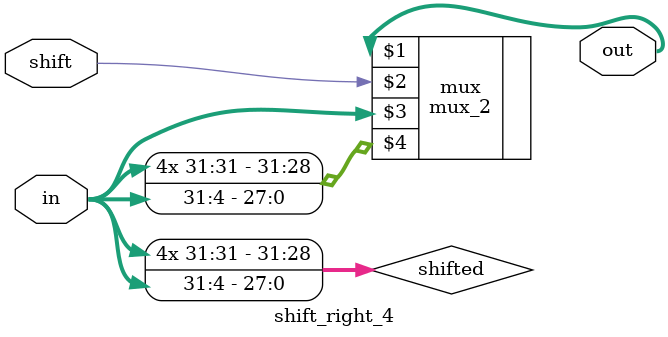
<source format=v>
module shift_right_4(
    output [31:0] out,
    input shift,
    input [31:0] in);

    wire [31:0] shifted;

    assign shifted[27:0] = in[31:4];

    genvar i;
    for(i = 28; i < 32; i = i + 1) begin
        assign shifted[i] = in[31];
    end

    mux_2 mux(out, shift, in, shifted);
endmodule

</source>
